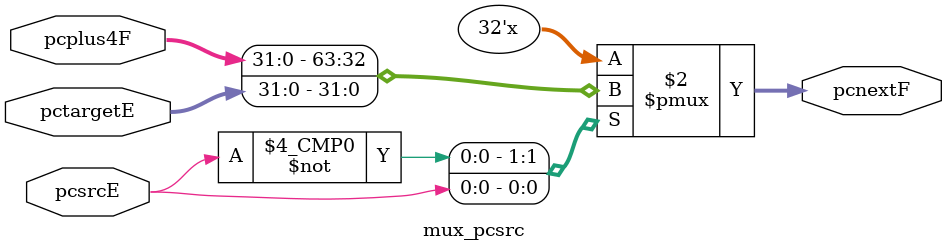
<source format=sv>

module  mux_pcsrc #(parameter W = 32)(
    input logic [W-1:0] pcplus4F,
    input logic [W-1:0] pctargetE,

    input logic pcsrcE,

    output logic [W-1:0] pcnextF
);

always_comb 
    case (pcsrcE)
        1'b0: pcnextF = pcplus4F; // common
        1'b1: pcnextF = pctargetE; // jal, auipc
        default pcnextF = pcplus4F;
    endcase
    
endmodule

</source>
